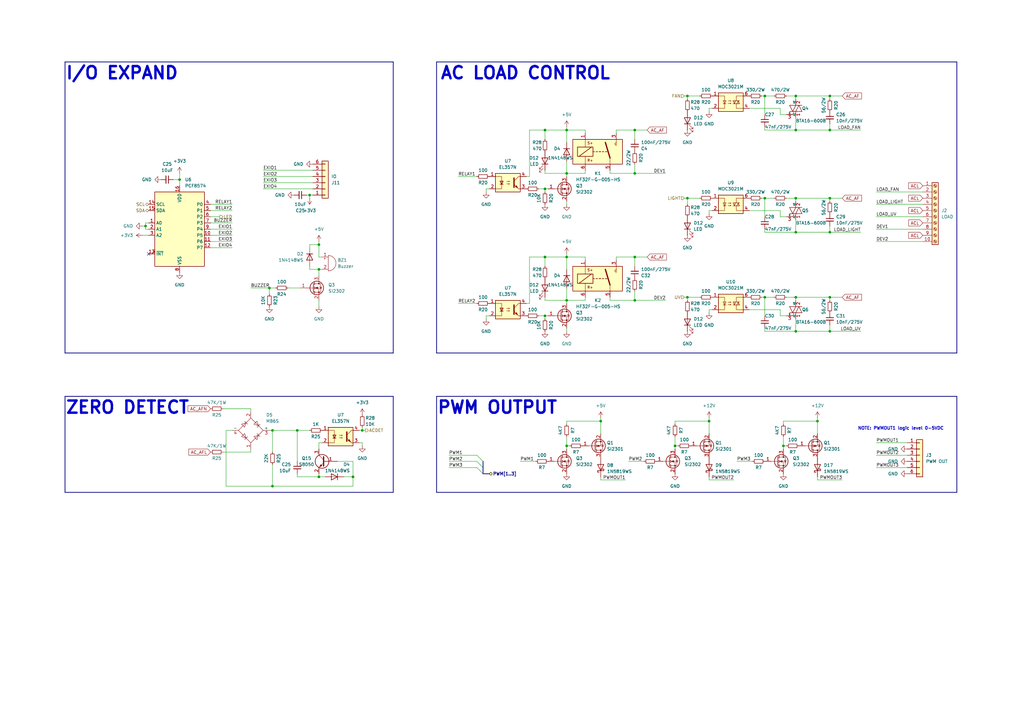
<source format=kicad_sch>
(kicad_sch (version 20230121) (generator eeschema)
  (paper "A3")
  (junction (at 340.36 121.92))
  (junction (at 260.35 123.19))
  (junction (at 326.39 53.34))
  (junction (at 246.38 172.72))
  (junction (at 130.81 195.58))
  (junction (at 326.39 39.37))
  (junction (at 111.76 176.53))
  (junction (at 326.39 95.25))
  (junction (at 281.94 81.28))
  (junction (at 73.66 73.66))
  (junction (at 321.31 182.88))
  (junction (at 130.81 110.49))
  (junction (at 223.52 129.54))
  (junction (at 290.83 172.72))
  (junction (at 223.52 105.41))
  (junction (at 59.69 92.71))
  (junction (at 232.41 53.34))
  (junction (at 232.41 182.88))
  (junction (at 127 80.01))
  (junction (at 144.78 195.58))
  (junction (at 121.92 176.53))
  (junction (at 326.39 121.92))
  (junction (at 130.81 100.33))
  (junction (at 232.41 71.12))
  (junction (at 340.36 39.37))
  (junction (at 232.41 123.19))
  (junction (at 111.76 199.39))
  (junction (at 110.49 118.11))
  (junction (at 326.39 135.89))
  (junction (at 260.35 105.41))
  (junction (at 276.86 182.88))
  (junction (at 340.36 53.34))
  (junction (at 281.94 39.37))
  (junction (at 313.69 81.28))
  (junction (at 223.52 53.34))
  (junction (at 223.52 77.47))
  (junction (at 281.94 121.92))
  (junction (at 260.35 53.34))
  (junction (at 335.28 172.72))
  (junction (at 232.41 105.41))
  (junction (at 313.69 121.92))
  (junction (at 148.59 176.53))
  (junction (at 260.35 71.12))
  (junction (at 340.36 135.89))
  (junction (at 340.36 95.25))
  (junction (at 313.69 39.37))
  (junction (at 326.39 81.28))
  (junction (at 340.36 81.28))
  (no_connect (at 60.96 104.14))
  (bus_entry (at 195.58 191.77) (size 2.54 2.54))
  (bus_entry (at 195.58 186.69) (size 2.54 2.54))
  (bus_entry (at 195.58 189.23) (size 2.54 2.54))
  (wire (pts (xy 59.69 92.71) (xy 59.69 91.44)))
  (wire (pts (xy 359.41 93.98) (xy 378.46 93.98)))
  (wire (pts (xy 326.39 48.26) (xy 326.39 53.34)))
  (wire (pts (xy 335.28 171.45) (xy 335.28 172.72)))
  (wire (pts (xy 290.83 86.36) (xy 292.1 86.36)))
  (wire (pts (xy 107.95 74.93) (xy 128.27 74.93)))
  (wire (pts (xy 148.59 181.61) (xy 147.32 181.61)))
  (wire (pts (xy 246.38 172.72) (xy 232.41 172.72)))
  (wire (pts (xy 107.95 72.39) (xy 128.27 72.39)))
  (wire (pts (xy 217.17 105.41) (xy 217.17 124.46)))
  (wire (pts (xy 86.36 96.52) (xy 95.25 96.52)))
  (wire (pts (xy 184.15 186.69) (xy 195.58 186.69)))
  (wire (pts (xy 86.36 93.98) (xy 95.25 93.98)))
  (wire (pts (xy 91.44 185.42) (xy 102.87 185.42)))
  (wire (pts (xy 276.86 182.88) (xy 278.13 182.88)))
  (bus (pts (xy 179.07 25.4) (xy 179.07 144.78)))
  (wire (pts (xy 326.39 39.37) (xy 322.58 39.37)))
  (wire (pts (xy 281.94 39.37) (xy 287.02 39.37)))
  (wire (pts (xy 280.67 81.28) (xy 281.94 81.28)))
  (wire (pts (xy 240.03 105.41) (xy 240.03 106.68)))
  (wire (pts (xy 260.35 53.34) (xy 265.43 53.34)))
  (wire (pts (xy 246.38 171.45) (xy 246.38 172.72)))
  (wire (pts (xy 111.76 176.53) (xy 111.76 185.42)))
  (wire (pts (xy 281.94 121.92) (xy 287.02 121.92)))
  (wire (pts (xy 232.41 66.04) (xy 232.41 71.12)))
  (wire (pts (xy 60.96 93.98) (xy 59.69 93.98)))
  (wire (pts (xy 130.81 195.58) (xy 133.35 195.58)))
  (wire (pts (xy 281.94 81.28) (xy 287.02 81.28)))
  (wire (pts (xy 320.04 88.9) (xy 320.04 86.36)))
  (wire (pts (xy 110.49 118.11) (xy 113.03 118.11)))
  (wire (pts (xy 232.41 53.34) (xy 240.03 53.34)))
  (wire (pts (xy 326.39 81.28) (xy 322.58 81.28)))
  (wire (pts (xy 58.42 96.52) (xy 60.96 96.52)))
  (wire (pts (xy 250.19 121.92) (xy 250.19 123.19)))
  (wire (pts (xy 130.81 181.61) (xy 130.81 184.15)))
  (wire (pts (xy 148.59 176.53) (xy 147.32 176.53)))
  (wire (pts (xy 326.39 135.89) (xy 313.69 135.89)))
  (wire (pts (xy 312.42 81.28) (xy 313.69 81.28)))
  (wire (pts (xy 223.52 105.41) (xy 223.52 109.22)))
  (wire (pts (xy 276.86 179.07) (xy 276.86 182.88)))
  (wire (pts (xy 313.69 95.25) (xy 313.69 93.98)))
  (bus (pts (xy 26.67 201.93) (xy 161.29 201.93)))
  (wire (pts (xy 223.52 77.47) (xy 223.52 78.74)))
  (wire (pts (xy 340.36 121.92) (xy 345.44 121.92)))
  (wire (pts (xy 232.41 179.07) (xy 232.41 182.88)))
  (wire (pts (xy 121.92 195.58) (xy 130.81 195.58)))
  (wire (pts (xy 232.41 118.11) (xy 232.41 123.19)))
  (wire (pts (xy 213.36 189.23) (xy 219.71 189.23)))
  (wire (pts (xy 359.41 99.06) (xy 378.46 99.06)))
  (wire (pts (xy 71.12 73.66) (xy 73.66 73.66)))
  (wire (pts (xy 335.28 172.72) (xy 321.31 172.72)))
  (wire (pts (xy 130.81 110.49) (xy 132.08 110.49)))
  (wire (pts (xy 127 100.33) (xy 130.81 100.33)))
  (wire (pts (xy 232.41 71.12) (xy 232.41 72.39)))
  (wire (pts (xy 252.73 105.41) (xy 260.35 105.41)))
  (wire (pts (xy 326.39 81.28) (xy 340.36 81.28)))
  (wire (pts (xy 102.87 118.11) (xy 110.49 118.11)))
  (wire (pts (xy 220.98 77.47) (xy 223.52 77.47)))
  (bus (pts (xy 198.12 191.77) (xy 198.12 194.31)))
  (bus (pts (xy 392.43 201.93) (xy 392.43 162.56)))
  (wire (pts (xy 86.36 83.82) (xy 95.25 83.82)))
  (wire (pts (xy 217.17 72.39) (xy 217.17 53.34)))
  (wire (pts (xy 220.98 129.54) (xy 223.52 129.54)))
  (wire (pts (xy 144.78 199.39) (xy 144.78 195.58)))
  (wire (pts (xy 313.69 121.92) (xy 317.5 121.92)))
  (wire (pts (xy 232.41 135.89) (xy 232.41 134.62)))
  (wire (pts (xy 111.76 176.53) (xy 121.92 176.53)))
  (bus (pts (xy 26.67 144.78) (xy 161.29 144.78)))
  (wire (pts (xy 144.78 189.23) (xy 138.43 189.23)))
  (wire (pts (xy 240.03 69.85) (xy 240.03 71.12)))
  (wire (pts (xy 199.39 77.47) (xy 200.66 77.47)))
  (wire (pts (xy 326.39 130.81) (xy 326.39 135.89)))
  (wire (pts (xy 184.15 191.77) (xy 195.58 191.77)))
  (wire (pts (xy 326.39 95.25) (xy 313.69 95.25)))
  (wire (pts (xy 340.36 95.25) (xy 326.39 95.25)))
  (wire (pts (xy 359.41 83.82) (xy 378.46 83.82)))
  (wire (pts (xy 257.81 189.23) (xy 264.16 189.23)))
  (wire (pts (xy 217.17 53.34) (xy 223.52 53.34)))
  (wire (pts (xy 290.83 45.72) (xy 290.83 44.45)))
  (wire (pts (xy 121.92 194.31) (xy 121.92 195.58)))
  (wire (pts (xy 280.67 39.37) (xy 281.94 39.37)))
  (wire (pts (xy 232.41 184.15) (xy 232.41 182.88)))
  (wire (pts (xy 281.94 121.92) (xy 281.94 123.19)))
  (bus (pts (xy 161.29 201.93) (xy 161.29 162.56)))
  (wire (pts (xy 223.52 77.47) (xy 224.79 77.47)))
  (wire (pts (xy 148.59 181.61) (xy 148.59 182.88)))
  (wire (pts (xy 340.36 135.89) (xy 353.06 135.89)))
  (wire (pts (xy 312.42 39.37) (xy 313.69 39.37)))
  (wire (pts (xy 232.41 123.19) (xy 232.41 124.46)))
  (wire (pts (xy 125.73 80.01) (xy 127 80.01)))
  (wire (pts (xy 110.49 176.53) (xy 111.76 176.53)))
  (wire (pts (xy 59.69 93.98) (xy 59.69 92.71)))
  (wire (pts (xy 252.73 53.34) (xy 260.35 53.34)))
  (wire (pts (xy 326.39 90.17) (xy 326.39 95.25)))
  (wire (pts (xy 326.39 123.19) (xy 326.39 121.92)))
  (wire (pts (xy 86.36 91.44) (xy 95.25 91.44)))
  (wire (pts (xy 335.28 177.8) (xy 335.28 172.72)))
  (wire (pts (xy 223.52 123.19) (xy 232.41 123.19)))
  (wire (pts (xy 281.94 39.37) (xy 281.94 40.64)))
  (wire (pts (xy 232.41 110.49) (xy 232.41 105.41)))
  (wire (pts (xy 260.35 71.12) (xy 273.05 71.12)))
  (wire (pts (xy 140.97 195.58) (xy 144.78 195.58)))
  (wire (pts (xy 223.52 53.34) (xy 223.52 57.15)))
  (wire (pts (xy 111.76 190.5) (xy 111.76 199.39)))
  (wire (pts (xy 187.96 124.46) (xy 195.58 124.46)))
  (wire (pts (xy 130.81 113.03) (xy 130.81 110.49)))
  (wire (pts (xy 340.36 81.28) (xy 345.44 81.28)))
  (wire (pts (xy 290.83 127) (xy 292.1 127)))
  (wire (pts (xy 86.36 86.36) (xy 95.25 86.36)))
  (wire (pts (xy 320.04 129.54) (xy 320.04 127)))
  (bus (pts (xy 26.67 25.4) (xy 26.67 144.78)))
  (wire (pts (xy 130.81 195.58) (xy 130.81 194.31)))
  (bus (pts (xy 161.29 144.78) (xy 161.29 25.4)))
  (wire (pts (xy 86.36 99.06) (xy 95.25 99.06)))
  (wire (pts (xy 91.44 167.64) (xy 102.87 167.64)))
  (wire (pts (xy 290.83 128.27) (xy 290.83 127)))
  (wire (pts (xy 290.83 44.45) (xy 292.1 44.45)))
  (wire (pts (xy 102.87 167.64) (xy 102.87 168.91)))
  (wire (pts (xy 95.25 176.53) (xy 92.71 176.53)))
  (wire (pts (xy 223.52 69.85) (xy 223.52 71.12)))
  (wire (pts (xy 111.76 199.39) (xy 144.78 199.39)))
  (wire (pts (xy 321.31 172.72) (xy 321.31 173.99)))
  (wire (pts (xy 290.83 177.8) (xy 290.83 172.72)))
  (wire (pts (xy 290.83 196.85) (xy 300.99 196.85)))
  (wire (pts (xy 130.81 123.19) (xy 130.81 125.73)))
  (wire (pts (xy 313.69 39.37) (xy 317.5 39.37)))
  (wire (pts (xy 127 101.6) (xy 127 100.33)))
  (wire (pts (xy 240.03 123.19) (xy 232.41 123.19)))
  (wire (pts (xy 215.9 72.39) (xy 217.17 72.39)))
  (wire (pts (xy 335.28 196.85) (xy 335.28 195.58)))
  (wire (pts (xy 58.42 92.71) (xy 59.69 92.71)))
  (wire (pts (xy 359.41 181.61) (xy 372.11 181.61)))
  (wire (pts (xy 321.31 182.88) (xy 322.58 182.88)))
  (wire (pts (xy 92.71 199.39) (xy 111.76 199.39)))
  (wire (pts (xy 340.36 50.8) (xy 340.36 53.34)))
  (wire (pts (xy 321.31 184.15) (xy 321.31 182.88)))
  (wire (pts (xy 326.39 121.92) (xy 340.36 121.92)))
  (wire (pts (xy 199.39 129.54) (xy 199.39 130.81)))
  (wire (pts (xy 130.81 100.33) (xy 130.81 99.06)))
  (wire (pts (xy 276.86 184.15) (xy 276.86 182.88)))
  (wire (pts (xy 232.41 83.82) (xy 232.41 82.55)))
  (wire (pts (xy 59.69 91.44) (xy 60.96 91.44)))
  (bus (pts (xy 179.07 25.4) (xy 392.43 25.4)))
  (wire (pts (xy 359.41 78.74) (xy 378.46 78.74)))
  (wire (pts (xy 260.35 71.12) (xy 260.35 67.31)))
  (wire (pts (xy 232.41 52.07) (xy 232.41 53.34)))
  (wire (pts (xy 307.34 44.45) (xy 320.04 44.45)))
  (wire (pts (xy 223.52 53.34) (xy 232.41 53.34)))
  (wire (pts (xy 313.69 129.54) (xy 313.69 121.92)))
  (bus (pts (xy 161.29 25.4) (xy 26.67 25.4)))
  (wire (pts (xy 326.39 40.64) (xy 326.39 39.37)))
  (wire (pts (xy 232.41 105.41) (xy 240.03 105.41)))
  (wire (pts (xy 128.27 80.01) (xy 127 80.01)))
  (bus (pts (xy 26.67 162.56) (xy 26.67 201.93)))
  (wire (pts (xy 260.35 53.34) (xy 260.35 57.15)))
  (wire (pts (xy 307.34 127) (xy 320.04 127)))
  (wire (pts (xy 118.11 118.11) (xy 123.19 118.11)))
  (wire (pts (xy 107.95 69.85) (xy 128.27 69.85)))
  (wire (pts (xy 252.73 54.61) (xy 252.73 53.34)))
  (wire (pts (xy 359.41 191.77) (xy 372.11 191.77)))
  (wire (pts (xy 223.52 129.54) (xy 223.52 130.81)))
  (bus (pts (xy 161.29 162.56) (xy 26.67 162.56)))
  (wire (pts (xy 290.83 172.72) (xy 276.86 172.72)))
  (wire (pts (xy 307.34 86.36) (xy 320.04 86.36)))
  (wire (pts (xy 217.17 105.41) (xy 223.52 105.41)))
  (wire (pts (xy 340.36 123.19) (xy 340.36 121.92)))
  (wire (pts (xy 110.49 118.11) (xy 110.49 120.65)))
  (wire (pts (xy 144.78 195.58) (xy 144.78 189.23)))
  (wire (pts (xy 290.83 171.45) (xy 290.83 172.72)))
  (wire (pts (xy 86.36 88.9) (xy 90.17 88.9)))
  (wire (pts (xy 281.94 81.28) (xy 281.94 83.82)))
  (wire (pts (xy 359.41 88.9) (xy 378.46 88.9)))
  (wire (pts (xy 340.36 40.64) (xy 340.36 39.37)))
  (wire (pts (xy 290.83 195.58) (xy 290.83 196.85)))
  (wire (pts (xy 340.36 82.55) (xy 340.36 81.28)))
  (wire (pts (xy 313.69 135.89) (xy 313.69 134.62)))
  (wire (pts (xy 260.35 105.41) (xy 265.43 105.41)))
  (wire (pts (xy 260.35 123.19) (xy 273.05 123.19)))
  (wire (pts (xy 322.58 46.99) (xy 320.04 46.99)))
  (wire (pts (xy 73.66 73.66) (xy 73.66 76.2)))
  (wire (pts (xy 326.39 121.92) (xy 322.58 121.92)))
  (wire (pts (xy 340.36 53.34) (xy 353.06 53.34)))
  (wire (pts (xy 223.52 121.92) (xy 223.52 123.19)))
  (wire (pts (xy 260.35 123.19) (xy 260.35 119.38)))
  (wire (pts (xy 86.36 101.6) (xy 95.25 101.6)))
  (wire (pts (xy 223.52 129.54) (xy 224.79 129.54)))
  (wire (pts (xy 240.03 71.12) (xy 232.41 71.12)))
  (wire (pts (xy 313.69 46.99) (xy 313.69 39.37)))
  (wire (pts (xy 326.39 82.55) (xy 326.39 81.28)))
  (wire (pts (xy 199.39 77.47) (xy 199.39 78.74)))
  (wire (pts (xy 321.31 179.07) (xy 321.31 182.88)))
  (wire (pts (xy 340.36 95.25) (xy 353.06 95.25)))
  (bus (pts (xy 179.07 162.56) (xy 179.07 201.93)))
  (wire (pts (xy 223.52 71.12) (xy 232.41 71.12)))
  (bus (pts (xy 392.43 162.56) (xy 179.07 162.56)))
  (wire (pts (xy 127 110.49) (xy 130.81 110.49)))
  (bus (pts (xy 179.07 201.93) (xy 392.43 201.93)))
  (wire (pts (xy 199.39 129.54) (xy 200.66 129.54)))
  (wire (pts (xy 340.36 53.34) (xy 326.39 53.34)))
  (wire (pts (xy 102.87 185.42) (xy 102.87 184.15)))
  (wire (pts (xy 92.71 176.53) (xy 92.71 199.39)))
  (wire (pts (xy 127 109.22) (xy 127 110.49)))
  (wire (pts (xy 340.36 135.89) (xy 326.39 135.89)))
  (wire (pts (xy 359.41 186.69) (xy 372.11 186.69)))
  (wire (pts (xy 326.39 39.37) (xy 340.36 39.37)))
  (wire (pts (xy 280.67 121.92) (xy 281.94 121.92)))
  (wire (pts (xy 184.15 189.23) (xy 195.58 189.23)))
  (wire (pts (xy 232.41 172.72) (xy 232.41 173.99)))
  (bus (pts (xy 179.07 144.78) (xy 392.43 144.78)))
  (wire (pts (xy 250.19 69.85) (xy 250.19 71.12)))
  (wire (pts (xy 246.38 177.8) (xy 246.38 172.72)))
  (wire (pts (xy 290.83 87.63) (xy 290.83 86.36)))
  (wire (pts (xy 232.41 182.88) (xy 233.68 182.88)))
  (wire (pts (xy 312.42 121.92) (xy 313.69 121.92)))
  (wire (pts (xy 215.9 124.46) (xy 217.17 124.46)))
  (bus (pts (xy 198.12 194.31) (xy 200.66 194.31)))
  (wire (pts (xy 240.03 53.34) (xy 240.03 54.61)))
  (wire (pts (xy 322.58 129.54) (xy 320.04 129.54)))
  (bus (pts (xy 392.43 144.78) (xy 392.43 25.4)))
  (wire (pts (xy 250.19 123.19) (xy 260.35 123.19)))
  (wire (pts (xy 127 80.01) (xy 127 81.28)))
  (wire (pts (xy 130.81 181.61) (xy 132.08 181.61)))
  (wire (pts (xy 313.69 53.34) (xy 313.69 52.07)))
  (wire (pts (xy 107.95 77.47) (xy 128.27 77.47)))
  (wire (pts (xy 240.03 121.92) (xy 240.03 123.19)))
  (wire (pts (xy 313.69 88.9) (xy 313.69 81.28)))
  (bus (pts (xy 198.12 189.23) (xy 198.12 191.77)))
  (wire (pts (xy 187.96 72.39) (xy 195.58 72.39)))
  (wire (pts (xy 322.58 88.9) (xy 320.04 88.9)))
  (wire (pts (xy 121.92 176.53) (xy 127 176.53)))
  (wire (pts (xy 121.92 176.53) (xy 121.92 189.23)))
  (wire (pts (xy 130.81 105.41) (xy 130.81 100.33)))
  (wire (pts (xy 326.39 53.34) (xy 313.69 53.34)))
  (wire (pts (xy 223.52 105.41) (xy 232.41 105.41)))
  (wire (pts (xy 246.38 196.85) (xy 246.38 195.58)))
  (wire (pts (xy 148.59 176.53) (xy 149.86 176.53)))
  (wire (pts (xy 260.35 105.41) (xy 260.35 109.22)))
  (wire (pts (xy 232.41 58.42) (xy 232.41 53.34)))
  (wire (pts (xy 148.59 175.26) (xy 148.59 176.53)))
  (wire (pts (xy 340.36 39.37) (xy 345.44 39.37)))
  (wire (pts (xy 320.04 46.99) (xy 320.04 44.45)))
  (wire (pts (xy 345.44 196.85) (xy 335.28 196.85)))
  (wire (pts (xy 302.26 189.23) (xy 308.61 189.23)))
  (wire (pts (xy 232.41 104.14) (xy 232.41 105.41)))
  (wire (pts (xy 250.19 71.12) (xy 260.35 71.12)))
  (wire (pts (xy 252.73 106.68) (xy 252.73 105.41)))
  (wire (pts (xy 313.69 81.28) (xy 317.5 81.28)))
  (wire (pts (xy 340.36 92.71) (xy 340.36 95.25)))
  (wire (pts (xy 132.08 105.41) (xy 130.81 105.41)))
  (wire (pts (xy 73.66 71.12) (xy 73.66 73.66)))
  (wire (pts (xy 276.86 172.72) (xy 276.86 173.99)))
  (wire (pts (xy 340.36 133.35) (xy 340.36 135.89)))
  (wire (pts (xy 256.54 196.85) (xy 246.38 196.85)))
  (text "NOTE: PWMOUT1 logic level 0-5VDC" (at 351.79 176.53 0) (effects (font (size 1.27 1.27) bold) (justify left bottom)))
  (text "AC LOAD CONTROL" (at 180.34 33.02 0) (effects (font (size 5 5) (thickness 1) bold) (justify left bottom)))
  (text "I/O EXPAND" (at 26.67 33.02 0) (effects (font (size 5 5) (thickness 1) bold) (justify left bottom)))
  (text "ZERO DETECT" (at 26.67 170.18 0) (effects (font (size 5 5) (thickness 1) bold) (justify left bottom)))
  (text "PWM OUTPUT" (at 179.07 170.18 0) (effects (font (size 5 5) (thickness 1) bold) (justify left bottom)))
  (label "EXIO3" (at 107.95 74.93 0))
  (label "EXIO4" (at 95.25 101.6 180))
  (label "BUZZER" (at 102.87 118.11 0))
  (label "LOAD_UV" (at 359.41 88.9 0))
  (label "DEV2" (at 359.41 99.06 0))
  (label "EXIO3" (at 95.25 99.06 180))
  (label "EXIO2" (at 107.95 72.39 0))
  (label "DEV1" (at 359.41 93.98 0))
  (label "BUZZER" (at 95.25 91.44 180))
  (label "PWM2" (at 184.15 189.23 0))
  (label "EXIO1" (at 95.25 93.98 180))
  (label "PWMOUT3" (at 345.44 196.85 180))
  (label "RELAY1" (at 187.96 72.39 0))
  (label "PWMOUT3" (at 359.41 191.77 0))
  (label "LOAD_FAN" (at 353.06 53.34 180))
  (label "PWM3" (at 184.15 191.77 0))
  (label "PWMOUT2" (at 300.99 196.85 180))
  (label "RELAY2" (at 187.96 124.46 0))
  (label "PWMOUT1" (at 256.54 196.85 180))
  (label "EXIO1" (at 107.95 69.85 0))
  (label "DEV1" (at 273.05 71.12 180))
  (label "LOAD_LIGHT" (at 353.06 95.25 180))
  (label "LOAD_UV" (at 353.06 135.89 180))
  (label "PWMOUT2" (at 359.41 186.69 0))
  (label "PWM1" (at 213.36 189.23 0))
  (label "PWM3" (at 302.26 189.23 0))
  (label "EXIO4" (at 107.95 77.47 0))
  (label "EXIO2" (at 95.25 96.52 180))
  (label "PWM2" (at 257.81 189.23 0))
  (label "PWMOUT1" (at 359.41 181.61 0))
  (label "DEV2" (at 273.05 123.19 180))
  (label "RELAY2" (at 95.25 86.36 180))
  (label "LOAD_FAN" (at 359.41 78.74 0))
  (label "RELAY1" (at 95.25 83.82 180))
  (label "PWM1" (at 184.15 186.69 0))
  (label "LOAD_LIGHT" (at 359.41 83.82 0))
  (global_label "AC_AF" (shape input) (at 345.44 81.28 0) (property "Intersheetrefs" "${INTERSHEET_REFS}" (effects hide)))
  (global_label "ACL" (shape input) (at 378.46 86.36 180) (property "Intersheetrefs" "${INTERSHEET_REFS}" (effects hide)))
  (global_label "AC_AFN" (shape input) (at 86.36 167.64 180) (property "Intersheetrefs" "${INTERSHEET_REFS}" (effects hide)))
  (global_label "AC_AF" (shape input) (at 345.44 121.92 0) (property "Intersheetrefs" "${INTERSHEET_REFS}" (effects hide)))
  (global_label "ACL" (shape input) (at 378.46 76.2 180) (property "Intersheetrefs" "${INTERSHEET_REFS}" (effects hide)))
  (global_label "ACL" (shape input) (at 378.46 91.44 180) (property "Intersheetrefs" "${INTERSHEET_REFS}" (effects hide)))
  (global_label "AC_AFL" (shape input) (at 86.36 185.42 180) (property "Intersheetrefs" "${INTERSHEET_REFS}" (effects hide)))
  (global_label "AC_AF" (shape input) (at 345.44 39.37 0) (property "Intersheetrefs" "${INTERSHEET_REFS}" (effects hide)))
  (global_label "ACL" (shape input) (at 378.46 81.28 180) (property "Intersheetrefs" "${INTERSHEET_REFS}" (effects hide)))
  (global_label "AC_AF" (shape input) (at 265.43 105.41 0) (property "Intersheetrefs" "${INTERSHEET_REFS}" (effects hide)))
  (global_label "AC_AF" (shape input) (at 265.43 53.34 0) (property "Intersheetrefs" "${INTERSHEET_REFS}" (effects hide)))
  (global_label "ACL" (shape input) (at 378.46 96.52 180) (property "Intersheetrefs" "${INTERSHEET_REFS}" (effects hide)))
  (hierarchical_label "SCL" (shape bidirectional) (at 60.96 83.82 180))
  (hierarchical_label "SDA" (shape bidirectional) (at 60.96 86.36 180))
  (hierarchical_label "UV" (shape input) (at 280.67 121.92 180))
  (hierarchical_label "LIGHT" (shape input) (at 280.67 81.28 180))
  (hierarchical_label "FAN" (shape input) (at 280.67 39.37 180))
  (hierarchical_label "LED" (shape output) (at 90.17 88.9 0))
  (hierarchical_label "PWM[1..3]" (shape bidirectional) (at 200.66 194.31 0) (effects (font bold)))
  (hierarchical_label "ACDET" (shape output) (at 149.86 176.53 0))
  (symbol (lib_id "Device:R_Small") (at 232.41 176.53 0) (mirror x) (unit 1)
    (property "Reference" "R7" (at 234.95 176.53 90))
    (property "Value" "4K7" (at 229.87 176.53 90))
    (property "Footprint" "Anh_Footprints:R_0603" (effects hide))
    (instances (project "BioSafeCabin" (path "" (reference "R7") (unit 1)) (path "" (reference "R50") (unit 1))))
  )
  (symbol (lib_id "Diode:1N5819WS") (at 335.28 191.77 90) (unit 1)
    (property "Reference" "D17" (at 337.82 190.8175 90) (effects (justify right)))
    (property "Value" "1N5819WS" (at 337.82 193.3575 90) (effects (justify right)))
    (property "Footprint" "Anh_Footprints:SOD-123F" (effects hide))
    (property "Datasheet" "https://datasheet.lcsc.com/lcsc/2204281430_Guangdong-Hottech-1N5819WS_C191023.pdf" (effects hide))
  )
  (symbol (lib_id "power:+12V") (at 290.83 171.45 0) (unit 1)
    (property "Reference" "#PWR065" (effects hide))
    (property "Value" "+12V" (at 290.83 166.37 0))
  )
  (symbol (lib_id "Interface_Expansion:PCF8574") (at 73.66 93.98 0) (unit 1)
    (property "Reference" "U6" (at 75.8541 73.66 0) (effects (justify left)))
    (property "Value" "PCF8574" (at 75.8541 76.2 0) (effects (justify left)))
    (property "Footprint" "Anh_Footprints:SOIC-16" (effects hide))
    (property "Datasheet" "http://www.nxp.com/docs/en/data-sheet/PCF8574_PCF8574A.pdf" (effects hide))
  )
  (symbol (lib_id "Transistor_FET:DMN13H750S") (at 274.32 189.23 0) (unit 1)
    (property "Reference" "Q3" (at 280.67 187.96 0) (effects (justify left)))
    (property "Value" "SI2302" (at 280.67 190.5 0) (effects (justify left)))
    (property "Footprint" "Anh_Footprints:SOT23-3" (effects hide))
    (property "Datasheet" "http://www.diodes.com/assets/Datasheets/DMN13H750S.pdf" (effects hide))
    (instances (project "BioSafeCabin" (path "" (reference "Q3") (unit 1)) (path "" (reference "Q11") (unit 1))))
  )
  (symbol (lib_id "Device:R_Small") (at 198.12 72.39 270) (mirror x) (unit 1)
    (property "Reference" "R20" (at 198.12 74.93 90))
    (property "Value" "100" (at 198.12 69.85 90))
    (property "Footprint" "Anh_Footprints:R_0603" (effects hide))
    (instances (project "BioSafeCabin" (path "" (reference "R20") (unit 1)) (path "" (reference "R43") (unit 1))))
  )
  (symbol (lib_id "Device:LED") (at 281.94 92.71 90) (unit 1)
    (property "Reference" "D12" (at 284.48 91.44 90) (effects (justify right)))
    (property "Value" "LED" (at 284.48 93.98 90) (effects (justify right)))
    (property "Footprint" "Anh_Footprints:LED_0603" (effects hide))
    (instances (project "BioSafeCabin" (path "" (reference "D12") (unit 1)) (path "" (reference "D19") (unit 1))))
  )
  (symbol (lib_id "Device:LED") (at 281.94 49.53 90) (unit 1)
    (property "Reference" "D12" (at 284.48 48.26 90) (effects (justify right)))
    (property "Value" "LED" (at 284.48 50.8 90) (effects (justify right)))
    (property "Footprint" "Anh_Footprints:LED_0603" (effects hide))
    (instances (project "BioSafeCabin" (path "" (reference "D12") (unit 1)) (path "" (reference "D20") (unit 1))))
  )
  (symbol (lib_id "Diode_Bridge:MB6S") (at 102.87 176.53 0) (unit 1)
    (property "Reference" "D5" (at 110.49 170.18 0))
    (property "Value" "MB6S" (at 111.76 172.72 0))
    (property "Footprint" "Package_TO_SOT_SMD:TO-269AA" (effects hide))
    (property "Datasheet" "http://www.vishay.com/docs/88573/dfs.pdf" (effects hide))
  )
  (symbol (lib_id "power:GND") (at 372.11 184.15 270) (unit 1)
    (property "Reference" "#PWR035" (effects hide))
    (property "Value" "GND" (at 368.3 184.15 90) (effects (justify right)))
    (instances (project "BioSafeCabin" (path "" (reference "#PWR035") (unit 1)) (path "" (reference "#PWR072") (unit 1))))
  )
  (symbol (lib_id "power:GND") (at 130.81 125.73 0) (unit 1)
    (property "Reference" "#PWR046" (effects hide))
    (property "Value" "GND" (at 130.81 130.81 0))
    (instances (project "BioSafeCabin" (path "" (reference "#PWR046") (unit 1)) (path "" (reference "#PWR048") (unit 1))))
  )
  (symbol (lib_id "power:GND") (at 321.31 194.31 0) (unit 1)
    (property "Reference" "#PWR041" (effects hide))
    (property "Value" "GND" (at 321.31 199.39 0))
    (instances (project "BioSafeCabin" (path "" (reference "#PWR041") (unit 1)) (path "" (reference "#PWR0112") (unit 1))))
  )
  (symbol (lib_id "power:GND") (at 223.52 83.82 0) (unit 1)
    (property "Reference" "#PWR041" (effects hide))
    (property "Value" "GND" (at 223.52 88.9 0))
    (instances (project "BioSafeCabin" (path "" (reference "#PWR041") (unit 1)) (path "" (reference "#PWR056") (unit 1))))
  )
  (symbol (lib_id "Transistor_FET:DMN13H750S") (at 229.87 189.23 0) (unit 1)
    (property "Reference" "Q3" (at 236.22 187.96 0) (effects (justify left)))
    (property "Value" "SI2302" (at 236.22 190.5 0) (effects (justify left)))
    (property "Footprint" "Anh_Footprints:SOT23-3" (effects hide))
    (property "Datasheet" "http://www.diodes.com/assets/Datasheets/DMN13H750S.pdf" (effects hide))
    (instances (project "BioSafeCabin" (path "" (reference "Q3") (unit 1)) (path "" (reference "Q9") (unit 1))))
  )
  (symbol (lib_id "Device:R_Small") (at 281.94 125.73 180) (unit 1)
    (property "Reference" "R28" (at 283.21 124.46 0) (effects (justify right)))
    (property "Value" "470" (at 283.21 127 0) (effects (justify right)))
    (property "Footprint" "Anh_Footprints:R_0603" (effects hide))
    (instances (project "BioSafeCabin" (path "" (reference "R28") (unit 1)) (path "" (reference "R44") (unit 1))))
  )
  (symbol (lib_id "power:GND") (at 290.83 45.72 0) (unit 1)
    (property "Reference" "#PWR041" (effects hide))
    (property "Value" "GND" (at 290.83 50.8 0))
    (instances (project "BioSafeCabin" (path "" (reference "#PWR041") (unit 1)) (path "" (reference "#PWR051") (unit 1))))
  )
  (symbol (lib_id "Device:R_Small") (at 111.76 187.96 0) (mirror x) (unit 1)
    (property "Reference" "R25" (at 114.3 187.96 90))
    (property "Value" "22K" (at 109.22 187.96 90))
    (property "Footprint" "Anh_Footprints:R_0603" (effects hide))
    (instances (project "BioSafeCabin" (path "" (reference "R25") (unit 1)) (path "" (reference "R25") (unit 1)) (path "" (reference "R57") (unit 1))))
  )
  (symbol (lib_id "Diode:1N5819WS") (at 246.38 191.77 90) (unit 1)
    (property "Reference" "D8" (at 248.92 190.8175 90) (effects (justify right)))
    (property "Value" "1N5819WS" (at 248.92 193.3575 90) (effects (justify right)))
    (property "Footprint" "Anh_Footprints:SOD-123F" (effects hide))
    (property "Datasheet" "https://datasheet.lcsc.com/lcsc/2204281430_Guangdong-Hottech-1N5819WS_C191023.pdf" (effects hide))
  )
  (symbol (lib_id "power:GND") (at 276.86 194.31 0) (unit 1)
    (property "Reference" "#PWR041" (effects hide))
    (property "Value" "GND" (at 276.86 199.39 0))
    (instances (project "BioSafeCabin" (path "" (reference "#PWR041") (unit 1)) (path "" (reference "#PWR064") (unit 1))))
  )
  (symbol (lib_id "Device:R_Small") (at 88.9 185.42 90) (mirror x) (unit 1)
    (property "Reference" "R25" (at 88.9 187.96 90))
    (property "Value" "47K/1W" (at 88.9 182.88 90))
    (property "Footprint" "Anh_Footprints:R_0805" (effects hide))
    (instances (project "BioSafeCabin" (path "" (reference "R25") (unit 1)) (path "" (reference "R12") (unit 1)) (path "" (reference "R57") (unit 1))))
  )
  (symbol (lib_id "power:GND") (at 199.39 78.74 0) (unit 1)
    (property "Reference" "#PWR041" (effects hide))
    (property "Value" "GND" (at 199.39 83.82 0))
    (instances (project "BioSafeCabin" (path "" (reference "#PWR041") (unit 1)) (path "" (reference "#PWR057") (unit 1))))
  )
  (symbol (lib_id "power:+3V3") (at 58.42 96.52 90) (unit 1)
    (property "Reference" "#PWR039" (effects hide))
    (property "Value" "+3V3" (at 54.61 96.52 90) (effects (justify left)))
    (instances (project "BioSafeCabin" (path "" (reference "#PWR039") (unit 1)) (path "" (reference "#PWR040") (unit 1))))
  )
  (symbol (lib_id "Device:R_Small") (at 110.49 123.19 0) (mirror y) (unit 1)
    (property "Reference" "R23" (at 113.03 123.19 90))
    (property "Value" "10K" (at 107.95 123.19 90))
    (property "Footprint" "Anh_Footprints:R_0603" (effects hide))
  )
  (symbol (lib_id "power:GND") (at 58.42 92.71 270) (unit 1)
    (property "Reference" "#PWR038" (effects hide))
    (property "Value" "GND" (at 54.61 92.71 90) (effects (justify right)))
  )
  (symbol (lib_id "power:GND") (at 73.66 111.76 0) (unit 1)
    (property "Reference" "#PWR047" (effects hide))
    (property "Value" "GND" (at 73.66 116.84 0))
    (instances (project "BioSafeCabin" (path "" (reference "#PWR047") (unit 1)) (path "" (reference "#PWR041") (unit 1))))
  )
  (symbol (lib_id "Device:C_Small") (at 340.36 130.81 0) (unit 1)
    (property "Reference" "C31" (at 342.9 129.5463 0) (effects (justify left)))
    (property "Value" "10nF/275V" (at 342.9 132.0863 0) (effects (justify left)))
    (property "Footprint" "Capacitor_THT:C_Rect_L13.0mm_W4.0mm_P10.00mm_FKS3_FKP3_MKS4" (effects hide))
  )
  (symbol (lib_id "Device:R_Small") (at 340.36 125.73 0) (mirror y) (unit 1)
    (property "Reference" "R20" (at 342.9 125.73 90))
    (property "Value" "56/2W" (at 337.82 125.73 90))
    (property "Footprint" "Resistor_THT:R_Axial_DIN0614_L14.3mm_D5.7mm_P5.08mm_Vertical" (effects hide))
    (instances (project "BioSafeCabin" (path "" (reference "R20") (unit 1)) (path "" (reference "R40") (unit 1))))
  )
  (symbol (lib_id "Isolator:LTV-357T") (at 139.7 179.07 0) (unit 1)
    (property "Reference" "U7" (at 139.7 170.18 0))
    (property "Value" "EL357N" (at 139.7 172.72 0))
    (property "Footprint" "Anh_Footprints:SO-4_4.4x3.6_P2.54" (effects hide))
    (property "Datasheet" "https://www.buerklin.com/medias/sys_master/download/download/h91/ha0/8892020588574.pdf" (effects hide))
    (instances (project "BioSafeCabin" (path "" (reference "U7") (unit 1)) (path "" (reference "U7") (unit 1)) (path "" (reference "U14") (unit 1))))
  )
  (symbol (lib_id "Device:R_Small") (at 276.86 176.53 0) (mirror x) (unit 1)
    (property "Reference" "R7" (at 279.4 176.53 90))
    (property "Value" "4K7" (at 274.32 176.53 90))
    (property "Footprint" "Anh_Footprints:R_0603" (effects hide))
    (instances (project "BioSafeCabin" (path "" (reference "R7") (unit 1)) (path "" (reference "R53") (unit 1))))
  )
  (symbol (lib_id "Triac_Thyristor:BTA16-600B") (at 326.39 127 0) (unit 1)
    (property "Reference" "Q6" (at 328.93 127 0) (effects (justify left)))
    (property "Value" "BTA16-600B" (at 326.39 132.08 0) (effects (justify left)))
    (property "Footprint" "Anh_Footprints:TO-220-3_Vertical_HeatSink" (effects hide))
    (property "Datasheet" "https://www.st.com/resource/en/datasheet/bta16.pdf" (effects hide))
  )
  (symbol (lib_id "Device:R_Small") (at 260.35 64.77 180) (unit 1)
    (property "Reference" "R20" (at 262.89 64.77 90))
    (property "Value" "22/2W" (at 257.81 64.77 90))
    (property "Footprint" "Resistor_THT:R_Axial_DIN0614_L14.3mm_D5.7mm_P5.08mm_Vertical" (effects hide))
    (instances (project "BioSafeCabin" (path "" (reference "R20") (unit 1)) (path "" (reference "R18") (unit 1))))
  )
  (symbol (lib_id "power:+5V") (at 246.38 171.45 0) (unit 1)
    (property "Reference" "#PWR063" (effects hide))
    (property "Value" "+5V" (at 246.38 166.37 0))
  )
  (symbol (lib_id "Device:R_Small") (at 222.25 189.23 90) (mirror x) (unit 1)
    (property "Reference" "R7" (at 222.25 191.77 90))
    (property "Value" "100" (at 222.25 186.69 90))
    (property "Footprint" "Anh_Footprints:R_0603" (effects hide))
    (instances (project "BioSafeCabin" (path "" (reference "R7") (unit 1)) (path "" (reference "R51") (unit 1))))
  )
  (symbol (lib_id "power:GND") (at 110.49 125.73 0) (unit 1)
    (property "Reference" "#PWR047" (effects hide))
    (property "Value" "GND" (at 110.49 130.81 0))
    (instances (project "BioSafeCabin" (path "" (reference "#PWR047") (unit 1)) (path "" (reference "#PWR046") (unit 1))))
  )
  (symbol (lib_id "Transistor_FET:DMN13H750S") (at 229.87 129.54 0) (unit 1)
    (property "Reference" "Q3" (at 236.22 128.27 0) (effects (justify left)))
    (property "Value" "SI2302" (at 236.22 130.81 0) (effects (justify left)))
    (property "Footprint" "Anh_Footprints:SOT23-3" (effects hide))
    (property "Datasheet" "http://www.diodes.com/assets/Datasheets/DMN13H750S.pdf" (effects hide))
    (instances (project "BioSafeCabin" (path "" (reference "Q3") (unit 1)) (path "" (reference "Q8") (unit 1))))
  )
  (symbol (lib_id "Device:R_Small") (at 321.31 176.53 0) (mirror x) (unit 1)
    (property "Reference" "R7" (at 323.85 176.53 90))
    (property "Value" "4K7" (at 318.77 176.53 90))
    (property "Footprint" "Anh_Footprints:R_0603" (effects hide))
    (instances (project "BioSafeCabin" (path "" (reference "R7") (unit 1)) (path "" (reference "R79") (unit 1))))
  )
  (symbol (lib_id "power:+3V3") (at 127 81.28 0) (mirror x) (unit 1)
    (property "Reference" "#PWR039" (effects hide))
    (property "Value" "+3V3" (at 127 86.36 0))
    (instances (project "BioSafeCabin" (path "" (reference "#PWR039") (unit 1)) (path "" (reference "#PWR026") (unit 1))))
  )
  (symbol (lib_id "power:GND") (at 290.83 128.27 0) (unit 1)
    (property "Reference" "#PWR041" (effects hide))
    (property "Value" "GND" (at 290.83 133.35 0))
    (instances (project "BioSafeCabin" (path "" (reference "#PWR041") (unit 1)) (path "" (reference "#PWR053") (unit 1))))
  )
  (symbol (lib_id "Transistor_FET:Si2319CDS") (at 332.74 182.88 0) (mirror x) (unit 1)
    (property "Reference" "Q1" (at 337.82 181.61 0) (effects (justify left)))
    (property "Value" "SI2301" (at 337.82 184.15 0) (effects (justify left)))
    (property "Footprint" "Anh_Footprints:SOT23-3" (effects hide))
    (property "Datasheet" "http://www.vishay.com/docs/66709/si2319cd.pdf" (effects hide))
    (instances (project "BioSafeCabin" (path "" (reference "Q1") (unit 1)) (path "" (reference "Q18") (unit 1))))
  )
  (symbol (lib_id "Device:C_Small") (at 313.69 49.53 0) (unit 1)
    (property "Reference" "C27" (at 313.69 46.99 0) (effects (justify left)))
    (property "Value" "47nF/275V" (at 313.69 52.07 0) (effects (justify left)))
    (property "Footprint" "Capacitor_THT:C_Rect_L13.0mm_W4.0mm_P10.00mm_FKS3_FKP3_MKS4" (effects hide))
  )
  (symbol (lib_id "Device:R_Small") (at 266.7 189.23 90) (mirror x) (unit 1)
    (property "Reference" "R7" (at 266.7 191.77 90))
    (property "Value" "100" (at 266.7 186.69 90))
    (property "Footprint" "Anh_Footprints:R_0603" (effects hide))
    (instances (project "BioSafeCabin" (path "" (reference "R7") (unit 1)) (path "" (reference "R52") (unit 1))))
  )
  (symbol (lib_id "Isolator:LTV-357T") (at 208.28 127 0) (unit 1)
    (property "Reference" "U7" (at 208.28 118.11 0))
    (property "Value" "EL357N" (at 208.28 120.65 0))
    (property "Footprint" "Anh_Footprints:SO-4_4.4x3.6_P2.54" (effects hide))
    (property "Datasheet" "https://www.buerklin.com/medias/sys_master/download/download/h91/ha0/8892020588574.pdf" (effects hide))
    (instances (project "BioSafeCabin" (path "" (reference "U7") (unit 1)) (path "" (reference "U12") (unit 1))))
  )
  (symbol (lib_id "power:GND") (at 232.41 194.31 0) (unit 1)
    (property "Reference" "#PWR041" (effects hide))
    (property "Value" "GND" (at 232.41 199.39 0))
    (instances (project "BioSafeCabin" (path "" (reference "#PWR041") (unit 1)) (path "" (reference "#PWR062") (unit 1))))
  )
  (symbol (lib_id "Connector_Generic:Conn_01x06") (at 377.19 186.69 0) (unit 1)
    (property "Reference" "J3" (at 379.73 186.69 0) (effects (justify left)))
    (property "Value" "PWM OUT" (at 379.73 189.23 0) (effects (justify left)))
    (property "Footprint" "Anh_Footprints:XH_6P_2.54mm_Vertical" (effects hide))
  )
  (symbol (lib_id "Device:R_Small") (at 289.56 39.37 270) (mirror x) (unit 1)
    (property "Reference" "R20" (at 289.56 41.91 90))
    (property "Value" "100" (at 289.56 36.83 90))
    (property "Footprint" "Anh_Footprints:R_0603" (effects hide))
    (instances (project "BioSafeCabin" (path "" (reference "R20") (unit 1)) (path "" (reference "R32") (unit 1))))
  )
  (symbol (lib_id "Device:R_Small") (at 148.59 172.72 180) (unit 1)
    (property "Reference" "R28" (at 149.86 171.45 0) (effects (justify right)))
    (property "Value" "10K" (at 149.86 173.99 0) (effects (justify right)))
    (property "Footprint" "Anh_Footprints:R_0603" (effects hide))
    (instances (project "BioSafeCabin" (path "" (reference "R28") (unit 1)) (path "" (reference "R8") (unit 1)) (path "" (reference "R58") (unit 1))))
  )
  (symbol (lib_id "Transistor_FET:DMN13H750S") (at 318.77 189.23 0) (unit 1)
    (property "Reference" "Q3" (at 325.12 187.96 0) (effects (justify left)))
    (property "Value" "SI2302" (at 325.12 190.5 0) (effects (justify left)))
    (property "Footprint" "Anh_Footprints:SOT23-3" (effects hide))
    (property "Datasheet" "http://www.diodes.com/assets/Datasheets/DMN13H750S.pdf" (effects hide))
  )
  (symbol (lib_id "power:GND") (at 372.11 189.23 270) (unit 1)
    (property "Reference" "#PWR035" (effects hide))
    (property "Value" "GND" (at 368.3 189.23 90) (effects (justify right)))
    (instances (project "BioSafeCabin" (path "" (reference "#PWR035") (unit 1)) (path "" (reference "#PWR073") (unit 1))))
  )
  (symbol (lib_id "Device:R_Small") (at 280.67 182.88 90) (mirror x) (unit 1)
    (property "Reference" "R7" (at 280.67 185.42 90))
    (property "Value" "100" (at 280.67 180.34 90))
    (property "Footprint" "Anh_Footprints:R_0603" (effects hide))
    (instances (project "BioSafeCabin" (path "" (reference "R7") (unit 1)) (path "" (reference "R54") (unit 1))))
  )
  (symbol (lib_id "Device:LED") (at 223.52 118.11 270) (mirror x) (unit 1)
    (property "Reference" "D12" (at 220.98 116.84 90) (effects (justify right)))
    (property "Value" "LED" (at 220.98 119.38 90) (effects (justify right)))
    (property "Footprint" "Anh_Footprints:LED_0603" (effects hide))
    (instances (project "BioSafeCabin" (path "" (reference "D12") (unit 1)) (path "" (reference "D13") (unit 1))))
  )
  (symbol (lib_id "power:+5V") (at 232.41 104.14 0) (unit 1)
    (property "Reference" "#PWR060" (effects hide))
    (property "Value" "+5V" (at 232.41 99.06 0))
  )
  (symbol (lib_id "Device:R_Small") (at 340.36 43.18 0) (mirror y) (unit 1)
    (property "Reference" "R20" (at 342.9 43.18 90))
    (property "Value" "56/2W" (at 337.82 43.18 90))
    (property "Footprint" "Resistor_THT:R_Axial_DIN0614_L14.3mm_D5.7mm_P5.08mm_Vertical" (effects hide))
    (instances (project "BioSafeCabin" (path "" (reference "R20") (unit 1)) (path "" (reference "R30") (unit 1))))
  )
  (symbol (lib_id "Device:R_Small") (at 309.88 81.28 270) (mirror x) (unit 1)
    (property "Reference" "R20" (at 309.88 83.82 90))
    (property "Value" "330/2W" (at 309.88 78.74 90))
    (property "Footprint" "Resistor_THT:R_Axial_DIN0614_L14.3mm_D5.7mm_P5.08mm_Vertical" (effects hide))
    (instances (project "BioSafeCabin" (path "" (reference "R20") (unit 1)) (path "" (reference "R34") (unit 1))))
  )
  (symbol (lib_id "Device:C_Small") (at 260.35 111.76 0) (mirror x) (unit 1)
    (property "Reference" "C32" (at 262.89 113.0237 0) (effects (justify left)))
    (property "Value" "100nF/275V" (at 262.89 110.4837 0) (effects (justify left)))
    (property "Footprint" "Capacitor_THT:C_Rect_L13.0mm_W4.0mm_P10.00mm_FKS3_FKP3_MKS4" (effects hide))
  )
  (symbol (lib_id "power:GND") (at 281.94 96.52 0) (unit 1)
    (property "Reference" "#PWR0102" (effects hide))
    (property "Value" "GND" (at 281.94 101.6 0))
    (instances (project "BioSafeCabin" (path "" (reference "#PWR0102") (unit 1)) (path "" (reference "#PWR022") (unit 1))))
  )
  (symbol (lib_id "power:+3V3") (at 73.66 71.12 0) (unit 1)
    (property "Reference" "#PWR039" (effects hide))
    (property "Value" "+3V3" (at 73.66 66.04 0))
    (instances (project "BioSafeCabin" (path "" (reference "#PWR039") (unit 1)) (path "" (reference "#PWR043") (unit 1))))
  )
  (symbol (lib_id "Transistor_FET:DMN13H750S") (at 229.87 77.47 0) (unit 1)
    (property "Reference" "Q3" (at 236.22 76.2 0) (effects (justify left)))
    (property "Value" "SI2302" (at 236.22 78.74 0) (effects (justify left)))
    (property "Footprint" "Anh_Footprints:SOT23-3" (effects hide))
    (property "Datasheet" "http://www.diodes.com/assets/Datasheets/DMN13H750S.pdf" (effects hide))
    (instances (project "BioSafeCabin" (path "" (reference "Q3") (unit 1)) (path "" (reference "Q7") (unit 1))))
  )
  (symbol (lib_id "power:GND") (at 199.39 130.81 0) (unit 1)
    (property "Reference" "#PWR041" (effects hide))
    (property "Value" "GND" (at 199.39 135.89 0))
    (instances (project "BioSafeCabin" (path "" (reference "#PWR041") (unit 1)) (path "" (reference "#PWR058") (unit 1))))
  )
  (symbol (lib_id "Device:C_Small") (at 313.69 132.08 0) (unit 1)
    (property "Reference" "C30" (at 313.69 129.54 0) (effects (justify left)))
    (property "Value" "47nF/275V" (at 313.69 134.62 0) (effects (justify left)))
    (property "Footprint" "Capacitor_THT:C_Rect_L13.0mm_W4.0mm_P10.00mm_FKS3_FKP3_MKS4" (effects hide))
  )
  (symbol (lib_id "Device:LED") (at 281.94 132.08 90) (unit 1)
    (property "Reference" "D12" (at 284.48 130.81 90) (effects (justify right)))
    (property "Value" "LED" (at 284.48 133.35 90) (effects (justify right)))
    (property "Footprint" "Anh_Footprints:LED_0603" (effects hide))
    (instances (project "BioSafeCabin" (path "" (reference "D12") (unit 1)) (path "" (reference "D21") (unit 1))))
  )
  (symbol (lib_id "Device:C_Small") (at 123.19 80.01 270) (mirror x) (unit 1)
    (property "Reference" "C25" (at 123.1836 86.36 90))
    (property "Value" "10uF" (at 123.1836 83.82 90))
    (property "Footprint" "Anh_Footprints:C_0603" (effects hide))
    (instances (project "BioSafeCabin" (path "" (reference "C25") (unit 1)) (path "" (reference "C33") (unit 1))))
  )
  (symbol (lib_id "Device:C_Small") (at 340.36 48.26 0) (unit 1)
    (property "Reference" "C26" (at 342.9 46.9963 0) (effects (justify left)))
    (property "Value" "10nF/275V" (at 342.9 49.5363 0) (effects (justify left)))
    (property "Footprint" "Capacitor_THT:C_Rect_L13.0mm_W4.0mm_P10.00mm_FKS3_FKP3_MKS4" (effects hide))
  )
  (symbol (lib_id "Diode:1N4148WS") (at 232.41 62.23 90) (mirror x) (unit 1)
    (property "Reference" "D4" (at 229.87 60.96 90) (effects (justify left)))
    (property "Value" "1N4148WS" (at 234.95 64.77 90) (effects (justify left)))
    (property "Footprint" "Anh_Footprints:D_SOD-323" (effects hide))
    (property "Datasheet" "https://www.vishay.com/docs/85751/1n4148ws.pdf" (effects hide))
    (property "Sim.Device" "D" (effects hide))
    (property "Sim.Pins" "1=K 2=A" (effects hide))
    (instances (project "BioSafeCabin" (path "" (reference "D4") (unit 1)) (path "" (reference "D2") (unit 1)) (path "" (reference "D6") (unit 1))))
  )
  (symbol (lib_id "Diode:1N5819WS") (at 290.83 191.77 90) (unit 1)
    (property "Reference" "D9" (at 293.37 190.8175 90) (effects (justify right)))
    (property "Value" "1N5819WS" (at 293.37 193.3575 90) (effects (justify right)))
    (property "Footprint" "Anh_Footprints:SOD-123F" (effects hide))
    (property "Datasheet" "https://datasheet.lcsc.com/lcsc/2204281430_Guangdong-Hottech-1N5819WS_C191023.pdf" (effects hide))
  )
  (symbol (lib_id "Transistor_FET:DMN13H750S") (at 128.27 118.11 0) (unit 1)
    (property "Reference" "Q3" (at 134.62 116.84 0) (effects (justify left)))
    (property "Value" "SI2302" (at 134.62 119.38 0) (effects (justify left)))
    (property "Footprint" "Anh_Footprints:SOT23-3" (effects hide))
    (property "Datasheet" "http://www.diodes.com/assets/Datasheets/DMN13H750S.pdf" (effects hide))
    (instances (project "BioSafeCabin" (path "" (reference "Q3") (unit 1)) (path "" (reference "Q2") (unit 1))))
  )
  (symbol (lib_id "power:GND") (at 281.94 53.34 0) (unit 1)
    (property "Reference" "#PWR0102" (effects hide))
    (property "Value" "GND" (at 281.94 58.42 0))
    (instances (project "BioSafeCabin" (path "" (reference "#PWR0102") (unit 1)) (path "" (reference "#PWR039") (unit 1))))
  )
  (symbol (lib_id "Device:R_Small") (at 223.52 59.69 0) (mirror x) (unit 1)
    (property "Reference" "R28" (at 222.25 58.42 0) (effects (justify right)))
    (property "Value" "470" (at 222.25 60.96 0) (effects (justify right)))
    (property "Footprint" "Anh_Footprints:R_0603" (effects hide))
    (instances (project "BioSafeCabin" (path "" (reference "R28") (unit 1)) (path "" (reference "R70") (unit 1))))
  )
  (symbol (lib_id "power:GND") (at 66.04 73.66 270) (unit 1)
    (property "Reference" "#PWR038" (effects hide))
    (property "Value" "GND" (at 62.23 73.66 90) (effects (justify right)))
    (instances (project "BioSafeCabin" (path "" (reference "#PWR038") (unit 1)) (path "" (reference "#PWR042") (unit 1))))
  )
  (symbol (lib_id "Device:R_Small") (at 88.9 167.64 90) (mirror x) (unit 1)
    (property "Reference" "R25" (at 88.9 170.18 90))
    (property "Value" "47K/1W" (at 88.9 165.1 90))
    (property "Footprint" "Anh_Footprints:R_0805" (effects hide))
    (instances (project "BioSafeCabin" (path "" (reference "R25") (unit 1)) (path "" (reference "R9") (unit 1)) (path "" (reference "R57") (unit 1))))
  )
  (symbol (lib_id "Diode:1N4148WS") (at 137.16 195.58 180) (unit 1)
    (property "Reference" "D4" (at 143.51 190.5 0) (effects (justify left)))
    (property "Value" "1N4148WS" (at 143.51 193.04 0) (effects (justify left)))
    (property "Footprint" "Anh_Footprints:D_SOD-323" (effects hide))
    (property "Datasheet" "https://www.vishay.com/docs/85751/1n4148ws.pdf" (effects hide))
    (property "Sim.Device" "D" (effects hide))
    (property "Sim.Pins" "1=K 2=A" (effects hide))
    (instances (project "BioSafeCabin" (path "" (reference "D4") (unit 1)) (path "" (reference "D2") (unit 1)) (path "" (reference "D11") (unit 1))))
  )
  (symbol (lib_id "Device:R_Small") (at 198.12 124.46 270) (mirror x) (unit 1)
    (property "Reference" "R20" (at 198.12 127 90))
    (property "Value" "100" (at 198.12 121.92 90))
    (property "Footprint" "Anh_Footprints:R_0603" (effects hide))
    (instances (project "BioSafeCabin" (path "" (reference "R20") (unit 1)) (path "" (reference "R45") (unit 1))))
  )
  (symbol (lib_id "power:GND") (at 223.52 135.89 0) (unit 1)
    (property "Reference" "#PWR041" (effects hide))
    (property "Value" "GND" (at 223.52 140.97 0))
    (instances (project "BioSafeCabin" (path "" (reference "#PWR041") (unit 1)) (path "" (reference "#PWR059") (unit 1))))
  )
  (symbol (lib_id "Device:LED") (at 223.52 66.04 270) (mirror x) (unit 1)
    (property "Reference" "D12" (at 220.98 64.77 90) (effects (justify right)))
    (property "Value" "LED" (at 220.98 67.31 90) (effects (justify right)))
    (property "Footprint" "Anh_Footprints:LED_0603" (effects hide))
    (instances (project "BioSafeCabin" (path "" (reference "D12") (unit 1)) (path "" (reference "D14") (unit 1))))
  )
  (symbol (lib_id "Connector_Generic:Conn_01x06") (at 133.35 74.93 0) (mirror x) (unit 1)
    (property "Reference" "J11" (at 135.89 74.93 0) (effects (justify left)))
    (property "Value" "IO" (at 135.89 72.39 0) (effects (justify left)))
    (property "Footprint" "Anh_Footprints:XH_6P_2.54mm_Vertical" (effects hide))
  )
  (symbol (lib_id "Transistor_BJT:BC847") (at 133.35 189.23 0) (mirror y) (unit 1)
    (property "Reference" "Q15" (at 125.73 187.96 0))
    (property "Value" "S8050" (at 125.73 190.5 0))
    (property "Footprint" "Anh_Footprints:SOT23-3" (effects hide))
    (property "Datasheet" "http://www.infineon.com/dgdl/Infineon-BC847SERIES_BC848SERIES_BC849SERIES_BC850SERIES-DS-v01_01-en.pdf?fileId=db3a304314dca389011541d4630a1657" (effects hide))
    (instances (project "BioSafeCabin" (path "" (reference "Q15") (unit 1)) (path "" (reference "Q1") (unit 1))))
  )
  (symbol (lib_id "Device:R_Small") (at 115.57 118.11 270) (mirror x) (unit 1)
    (property "Reference" "R24" (at 115.57 120.65 90))
    (property "Value" "100" (at 115.57 115.57 90))
    (property "Footprint" "Anh_Footprints:R_0603" (effects hide))
  )
  (symbol (lib_id "power:GND") (at 120.65 80.01 270) (mirror x) (unit 1)
    (property "Reference" "#PWR038" (effects hide))
    (property "Value" "GND" (at 116.84 80.01 90) (effects (justify right)))
    (instances (project "BioSafeCabin" (path "" (reference "#PWR038") (unit 1)) (path "" (reference "#PWR018") (unit 1))))
  )
  (symbol (lib_id "Device:R_Small") (at 289.56 121.92 270) (mirror x) (unit 1)
    (property "Reference" "R20" (at 289.56 124.46 90))
    (property "Value" "100" (at 289.56 119.38 90))
    (property "Footprint" "Anh_Footprints:R_0603" (effects hide))
    (instances (project "BioSafeCabin" (path "" (reference "R20") (unit 1)) (path "" (reference "R37") (unit 1))))
  )
  (symbol (lib_id "Device:R_Small") (at 320.04 81.28 270) (mirror x) (unit 1)
    (property "Reference" "R20" (at 320.04 83.82 90))
    (property "Value" "470/2W" (at 320.04 78.74 90))
    (property "Footprint" "Resistor_THT:R_Axial_DIN0614_L14.3mm_D5.7mm_P5.08mm_Vertical" (effects hide))
    (instances (project "BioSafeCabin" (path "" (reference "R20") (unit 1)) (path "" (reference "R35") (unit 1))))
  )
  (symbol (lib_id "Isolator:LTV-357T") (at 208.28 74.93 0) (unit 1)
    (property "Reference" "U7" (at 208.28 66.04 0))
    (property "Value" "EL357N" (at 208.28 68.58 0))
    (property "Footprint" "Anh_Footprints:SO-4_4.4x3.6_P2.54" (effects hide))
    (property "Datasheet" "https://www.buerklin.com/medias/sys_master/download/download/h91/ha0/8892020588574.pdf" (effects hide))
    (instances (project "BioSafeCabin" (path "" (reference "U7") (unit 1)) (path "" (reference "U11") (unit 1))))
  )
  (symbol (lib_id "Triac_Thyristor:BTA16-600B") (at 326.39 44.45 0) (unit 1)
    (property "Reference" "Q4" (at 328.93 44.45 0) (effects (justify left)))
    (property "Value" "BTA16-600B" (at 326.39 49.53 0) (effects (justify left)))
    (property "Footprint" "Anh_Footprints:TO-220-3_Vertical_HeatSink" (effects hide))
    (property "Datasheet" "https://www.st.com/resource/en/datasheet/bta16.pdf" (effects hide))
  )
  (symbol (lib_id "Device:R_Small") (at 129.54 176.53 90) (mirror x) (unit 1)
    (property "Reference" "R25" (at 129.54 179.07 90))
    (property "Value" "1K" (at 129.54 173.99 90))
    (property "Footprint" "Anh_Footprints:R_0603" (effects hide))
    (instances (project "BioSafeCabin" (path "" (reference "R25") (unit 1)) (path "" (reference "R7") (unit 1)) (path "" (reference "R57") (unit 1))))
  )
  (symbol (lib_id "Relay:ADW11") (at 245.11 114.3 0) (unit 1)
    (property "Reference" "K2" (at 243.84 123.19 0) (effects (justify left)))
    (property "Value" "HF32F-G-005-HS" (at 236.22 125.73 0) (effects (justify left)))
    (property "Footprint" "Anh_Footprints:HF32F-G-005-HS" (effects hide))
    (property "Datasheet" "https://www.panasonic-electric-works.com/pew/es/downloads/ds_dw_hl_en.pdf" (effects hide))
  )
  (symbol (lib_id "Device:C_Small") (at 68.58 73.66 270) (unit 1)
    (property "Reference" "C25" (at 68.5736 67.31 90))
    (property "Value" "10uF" (at 68.5736 69.85 90))
    (property "Footprint" "Anh_Footprints:C_0603" (effects hide))
  )
  (symbol (lib_id "Device:R_Small") (at 311.15 189.23 90) (mirror x) (unit 1)
    (property "Reference" "R7" (at 311.15 191.77 90))
    (property "Value" "100" (at 311.15 186.69 90))
    (property "Footprint" "Anh_Footprints:R_0603" (effects hide))
    (instances (project "BioSafeCabin" (path "" (reference "R7") (unit 1)) (path "" (reference "R78") (unit 1))))
  )
  (symbol (lib_id "Triac_Thyristor:BTA16-600B") (at 326.39 86.36 0) (unit 1)
    (property "Reference" "Q5" (at 328.93 86.36 0) (effects (justify left)))
    (property "Value" "BTA16-600B" (at 326.39 91.44 0) (effects (justify left)))
    (property "Footprint" "Anh_Footprints:TO-220-3_Vertical_HeatSink" (effects hide))
    (property "Datasheet" "https://www.st.com/resource/en/datasheet/bta16.pdf" (effects hide))
  )
  (symbol (lib_id "Device:R_Small") (at 320.04 121.92 270) (mirror x) (unit 1)
    (property "Reference" "R20" (at 320.04 124.46 90))
    (property "Value" "470/2W" (at 320.04 119.38 90))
    (property "Footprint" "Resistor_THT:R_Axial_DIN0614_L14.3mm_D5.7mm_P5.08mm_Vertical" (effects hide))
    (instances (project "BioSafeCabin" (path "" (reference "R20") (unit 1)) (path "" (reference "R39") (unit 1))))
  )
  (symbol (lib_id "Device:R_Small") (at 281.94 43.18 180) (unit 1)
    (property "Reference" "R28" (at 283.21 41.91 0) (effects (justify right)))
    (property "Value" "470" (at 283.21 44.45 0) (effects (justify right)))
    (property "Footprint" "Anh_Footprints:R_0603" (effects hide))
    (instances (project "BioSafeCabin" (path "" (reference "R28") (unit 1)) (path "" (reference "R21") (unit 1))))
  )
  (symbol (lib_id "Device:R_Small") (at 260.35 116.84 180) (unit 1)
    (property "Reference" "R20" (at 262.89 116.84 90))
    (property "Value" "22/2W" (at 257.81 116.84 90))
    (property "Footprint" "Resistor_THT:R_Axial_DIN0614_L14.3mm_D5.7mm_P5.08mm_Vertical" (effects hide))
    (instances (project "BioSafeCabin" (path "" (reference "R20") (unit 1)) (path "" (reference "R19") (unit 1))))
  )
  (symbol (lib_id "Device:R_Small") (at 309.88 39.37 270) (mirror x) (unit 1)
    (property "Reference" "R20" (at 309.88 41.91 90))
    (property "Value" "330/2W" (at 309.88 36.83 90))
    (property "Footprint" "Resistor_THT:R_Axial_DIN0614_L14.3mm_D5.7mm_P5.08mm_Vertical" (effects hide))
    (instances (project "BioSafeCabin" (path "" (reference "R20") (unit 1)) (path "" (reference "R31") (unit 1))))
  )
  (symbol (lib_id "Transistor_FET:Si2319CDS") (at 243.84 182.88 0) (mirror x) (unit 1)
    (property "Reference" "Q1" (at 248.92 181.61 0) (effects (justify left)))
    (property "Value" "SI2301" (at 248.92 184.15 0) (effects (justify left)))
    (property "Footprint" "Anh_Footprints:SOT23-3" (effects hide))
    (property "Datasheet" "http://www.vishay.com/docs/66709/si2319cd.pdf" (effects hide))
    (instances (project "BioSafeCabin" (path "" (reference "Q1") (unit 1)) (path "" (reference "Q10") (unit 1))))
  )
  (symbol (lib_id "power:GND") (at 290.83 87.63 0) (unit 1)
    (property "Reference" "#PWR041" (effects hide))
    (property "Value" "GND" (at 290.83 92.71 0))
    (instances (project "BioSafeCabin" (path "" (reference "#PWR041") (unit 1)) (path "" (reference "#PWR052") (unit 1))))
  )
  (symbol (lib_id "power:GND") (at 128.27 67.31 270) (unit 1)
    (property "Reference" "#PWR038" (effects hide))
    (property "Value" "GND" (at 124.46 67.31 90) (effects (justify right)))
    (instances (project "BioSafeCabin" (path "" (reference "#PWR038") (unit 1)) (path "" (reference "#PWR044") (unit 1))))
  )
  (symbol (lib_id "power:GND") (at 372.11 194.31 270) (unit 1)
    (property "Reference" "#PWR035" (effects hide))
    (property "Value" "GND" (at 368.3 194.31 90) (effects (justify right)))
    (instances (project "BioSafeCabin" (path "" (reference "#PWR035") (unit 1)) (path "" (reference "#PWR0116") (unit 1))))
  )
  (symbol (lib_id "Device:R_Small") (at 320.04 39.37 270) (mirror x) (unit 1)
    (property "Reference" "R20" (at 320.04 41.91 90))
    (property "Value" "470/2W" (at 320.04 36.83 90))
    (property "Footprint" "Resistor_THT:R_Axial_DIN0614_L14.3mm_D5.7mm_P5.08mm_Vertical" (effects hide))
    (instances (project "BioSafeCabin" (path "" (reference "R20") (unit 1)) (path "" (reference "R29") (unit 1))))
  )
  (symbol (lib_id "Device:C_Small") (at 121.92 191.77 0) (mirror y) (unit 1)
    (property "Reference" "C25" (at 119.38 190.5063 0) (effects (justify left)))
    (property "Value" "10uF" (at 119.38 193.0463 0) (effects (justify left)))
    (property "Footprint" "Anh_Footprints:C_0805" (effects hide))
    (instances (project "BioSafeCabin" (path "" (reference "C25") (unit 1)) (path "" (reference "C42") (unit 1))))
  )
  (symbol (lib_id "power:GND") (at 232.41 83.82 0) (unit 1)
    (property "Reference" "#PWR041" (effects hide))
    (property "Value" "GND" (at 232.41 88.9 0))
    (instances (project "BioSafeCabin" (path "" (reference "#PWR041") (unit 1)) (path "" (reference "#PWR055") (unit 1))))
  )
  (symbol (lib_id "Device:R_Small") (at 218.44 77.47 270) (mirror x) (unit 1)
    (property "Reference" "R20" (at 218.44 80.01 90))
    (property "Value" "100" (at 218.44 74.93 90))
    (property "Footprint" "Anh_Footprints:R_0603" (effects hide))
    (instances (project "BioSafeCabin" (path "" (reference "R20") (unit 1)) (path "" (reference "R41") (unit 1))))
  )
  (symbol (lib_id "Transistor_FET:Si2319CDS") (at 288.29 182.88 0) (mirror x) (unit 1)
    (property "Reference" "Q1" (at 293.37 181.61 0) (effects (justify left)))
    (property "Value" "SI2301" (at 293.37 184.15 0) (effects (justify left)))
    (property "Footprint" "Anh_Footprints:SOT23-3" (effects hide))
    (property "Datasheet" "http://www.vishay.com/docs/66709/si2319cd.pdf" (effects hide))
    (instances (project "BioSafeCabin" (path "" (reference "Q1") (unit 1)) (path "" (reference "Q12") (unit 1))))
  )
  (symbol (lib_id "Device:R_Small") (at 281.94 86.36 180) (unit 1)
    (property "Reference" "R28" (at 283.21 85.09 0) (effects (justify right)))
    (property "Value" "470" (at 283.21 87.63 0) (effects (justify right)))
    (property "Footprint" "Anh_Footprints:R_0603" (effects hide))
    (instances (project "BioSafeCabin" (path "" (reference "R28") (unit 1)) (path "" (reference "R20") (unit 1))))
  )
  (symbol (lib_id "Device:C_Small") (at 260.35 59.69 0) (mirror x) (unit 1)
    (property "Reference" "C4" (at 262.89 60.9537 0) (effects (justify left)))
    (property "Value" "100nF/275V" (at 262.89 58.4137 0) (effects (justify left)))
    (property "Footprint" "Capacitor_THT:C_Rect_L13.0mm_W4.0mm_P10.00mm_FKS3_FKP3_MKS4" (effects hide))
  )
  (symbol (lib_id "Device:Buzzer") (at 134.62 107.95 0) (unit 1)
    (property "Reference" "BZ1" (at 138.43 106.68 0) (effects (justify left)))
    (property "Value" "Buzzer" (at 138.43 109.22 0) (effects (justify left)))
    (property "Footprint" "Anh_Footprints:Buzzer_1209" (effects hide))
  )
  (symbol (lib_id "power:+3V3") (at 148.59 170.18 0) (unit 1)
    (property "Reference" "#PWR027" (effects hide))
    (property "Value" "+3V3" (at 148.59 165.1 0))
    (instances (project "BioSafeCabin" (path "" (reference "#PWR027") (unit 1)) (path "" (reference "#PWR070") (unit 1)) (path "" (reference "#PWR097") (unit 1))))
  )
  (symbol (lib_id "Device:R_Small") (at 223.52 81.28 0) (mirror y) (unit 1)
    (property "Reference" "R20" (at 226.06 81.28 90))
    (property "Value" "10K" (at 220.98 81.28 90))
    (property "Footprint" "Anh_Footprints:R_0603" (effects hide))
    (instances (project "BioSafeCabin" (path "" (reference "R20") (unit 1)) (path "" (reference "R42") (unit 1))))
  )
  (symbol (lib_id "Device:R_Small") (at 325.12 182.88 90) (mirror x) (unit 1)
    (property "Reference" "R7" (at 325.12 185.42 90))
    (property "Value" "100" (at 325.12 180.34 90))
    (property "Footprint" "Anh_Footprints:R_0603" (effects hide))
    (instances (project "BioSafeCabin" (path "" (reference "R7") (unit 1)) (path "" (reference "R80") (unit 1))))
  )
  (symbol (lib_id "power:GND") (at 148.59 182.88 0) (unit 1)
    (property "Reference" "#PWR049" (effects hide))
    (property "Value" "GND" (at 148.59 187.96 0))
    (instances (project "BioSafeCabin" (path "" (reference "#PWR049") (unit 1)) (path "" (reference "#PWR098") (unit 1)) (path "" (reference "#PWR071") (unit 1))))
  )
  (symbol (lib_id "power:+12V") (at 335.28 171.45 0) (unit 1)
    (property "Reference" "#PWR0113" (effects hide))
    (property "Value" "+12V" (at 335.28 166.37 0))
  )
  (symbol (lib_id "Device:R_Small") (at 223.52 133.35 0) (mirror y) (unit 1)
    (property "Reference" "R20" (at 226.06 133.35 90))
    (property "Value" "10K" (at 220.98 133.35 90))
    (property "Footprint" "Anh_Footprints:R_0603" (effects hide))
    (instances (project "BioSafeCabin" (path "" (reference "R20") (unit 1)) (path "" (reference "R47") (unit 1))))
  )
  (symbol (lib_id "Relay_SolidState:MOC3021M") (at 299.72 41.91 0) (unit 1)
    (property "Reference" "U8" (at 299.72 33.02 0))
    (property "Value" "MOC3021M" (at 299.72 35.56 0))
    (property "Footprint" "Anh_Footprints:DIP-6_W7.62mm" (effects hide))
    (property "Datasheet" "https://www.onsemi.com/pub/Collateral/MOC3023M-D.PDF" (effects hide))
  )
  (symbol (lib_id "Relay_SolidState:MOC3021M") (at 299.72 83.82 0) (unit 1)
    (property "Reference" "U9" (at 299.72 74.93 0))
    (property "Value" "MOC3021M" (at 299.72 77.47 0))
    (property "Footprint" "Anh_Footprints:DIP-6_W7.62mm" (effects hide))
    (property "Datasheet" "https://www.onsemi.com/pub/Collateral/MOC3023M-D.PDF" (effects hide))
  )
  (symbol (lib_id "Connector:Screw_Terminal_01x10") (at 383.54 86.36 0) (unit 1)
    (property "Reference" "J2" (at 386.08 86.36 0) (effects (justify left)))
    (property "Value" "LOAD" (at 386.08 88.9 0) (effects (justify left)))
    (property "Footprint" "Anh_Footprints:TerminalBlock_Screw_HB9500_10P_P9.5mm" (effects hide))
  )
  (symbol (lib_id "Diode:1N4148WS") (at 127 105.41 90) (mirror x) (unit 1)
    (property "Reference" "D2" (at 124.46 104.14 90) (effects (justify left)))
    (property "Value" "1N4148WS" (at 124.46 106.68 90) (effects (justify left)))
    (property "Footprint" "Anh_Footprints:D_SOD-323" (effects hide))
    (property "Datasheet" "https://www.vishay.com/docs/85751/1n4148ws.pdf" (effects hide))
    (property "Sim.Device" "D" (effects hide))
    (property "Sim.Pins" "1=K 2=A" (effects hide))
    (instances (project "BioSafeCabin" (path "" (reference "D2") (unit 1)) (path "" (reference "D4") (unit 1)) (path "" (reference "D4") (unit 1))))
  )
  (symbol (lib_id "Device:R_Small") (at 289.56 81.28 270) (mirror x) (unit 1)
    (property "Reference" "R20" (at 289.56 83.82 90))
    (property "Value" "100" (at 289.56 78.74 90))
    (property "Footprint" "Anh_Footprints:R_0603" (effects hide))
    (instances (project "BioSafeCabin" (path "" (reference "R20") (unit 1)) (path "" (reference "R33") (unit 1))))
  )
  (symbol (lib_id "Device:R_Small") (at 309.88 121.92 270) (mirror x) (unit 1)
    (property "Reference" "R20" (at 309.88 124.46 90))
    (property "Value" "330/2W" (at 309.88 119.38 90))
    (property "Footprint" "Resistor_THT:R_Axial_DIN0614_L14.3mm_D5.7mm_P5.08mm_Vertical" (effects hide))
    (instances (project "BioSafeCabin" (path "" (reference "R20") (unit 1)) (path "" (reference "R38") (unit 1))))
  )
  (symbol (lib_id "power:GND") (at 232.41 135.89 0) (unit 1)
    (property "Reference" "#PWR041" (effects hide))
    (property "Value" "GND" (at 232.41 140.97 0))
    (instances (project "BioSafeCabin" (path "" (reference "#PWR041") (unit 1)) (path "" (reference "#PWR061") (unit 1))))
  )
  (symbol (lib_id "Relay_SolidState:MOC3021M") (at 299.72 124.46 0) (unit 1)
    (property "Reference" "U10" (at 299.72 115.57 0))
    (property "Value" "MOC3021M" (at 299.72 118.11 0))
    (property "Footprint" "Anh_Footprints:DIP-6_W7.62mm" (effects hide))
    (property "Datasheet" "https://www.onsemi.com/pub/Collateral/MOC3023M-D.PDF" (effects hide))
  )
  (symbol (lib_id "power:GND") (at 281.94 135.89 0) (unit 1)
    (property "Reference" "#PWR0102" (effects hide))
    (property "Value" "GND" (at 281.94 140.97 0))
    (instances (project "BioSafeCabin" (path "" (reference "#PWR0102") (unit 1)) (path "" (reference "#PWR0123") (unit 1))))
  )
  (symbol (lib_id "Device:R_Small") (at 218.44 129.54 270) (mirror x) (unit 1)
    (property "Reference" "R20" (at 218.44 132.08 90))
    (property "Value" "100" (at 218.44 127 90))
    (property "Footprint" "Anh_Footprints:R_0603" (effects hide))
    (instances (project "BioSafeCabin" (path "" (reference "R20") (unit 1)) (path "" (reference "R46") (unit 1))))
  )
  (symbol (lib_id "Device:C_Small") (at 313.69 91.44 0) (unit 1)
    (property "Reference" "C28" (at 313.69 88.9 0) (effects (justify left)))
    (property "Value" "47nF/275V" (at 313.69 93.98 0) (effects (justify left)))
    (property "Footprint" "Capacitor_THT:C_Rect_L13.0mm_W4.0mm_P10.00mm_FKS3_FKP3_MKS4" (effects hide))
  )
  (symbol (lib_id "Device:R_Small") (at 223.52 111.76 0) (mirror x) (unit 1)
    (property "Reference" "R28" (at 222.25 110.49 0) (effects (justify right)))
    (property "Value" "470" (at 222.25 113.03 0) (effects (justify right)))
    (property "Footprint" "Anh_Footprints:R_0603" (effects hide))
    (instances (project "BioSafeCabin" (path "" (reference "R28") (unit 1)) (path "" (reference "R69") (unit 1))))
  )
  (symbol (lib_id "Device:C_Small") (at 340.36 90.17 0) (unit 1)
    (property "Reference" "C29" (at 342.9 88.9063 0) (effects (justify left)))
    (property "Value" "10nF/275V" (at 342.9 91.4463 0) (effects (justify left)))
    (property "Footprint" "Capacitor_THT:C_Rect_L13.0mm_W4.0mm_P10.00mm_FKS3_FKP3_MKS4" (effects hide))
  )
  (symbol (lib_id "Device:R_Small") (at 236.22 182.88 90) (mirror x) (unit 1)
    (property "Reference" "R7" (at 236.22 185.42 90))
    (property "Value" "100" (at 236.22 180.34 90))
    (property "Footprint" "Anh_Footprints:R_0603" (effects hide))
    (instances (project "BioSafeCabin" (path "" (reference "R7") (unit 1)) (path "" (reference "R49") (unit 1))))
  )
  (symbol (lib_id "power:+5V") (at 232.41 52.07 0) (unit 1)
    (property "Reference" "#PWR054" (effects hide))
    (property "Value" "+5V" (at 232.41 46.99 0))
  )
  (symbol (lib_id "Device:R_Small") (at 340.36 85.09 0) (mirror y) (unit 1)
    (property "Reference" "R20" (at 342.9 85.09 90))
    (property "Value" "56/2W" (at 337.82 85.09 90))
    (property "Footprint" "Resistor_THT:R_Axial_DIN0614_L14.3mm_D5.7mm_P5.08mm_Vertical" (effects hide))
    (instances (project "BioSafeCabin" (path "" (reference "R20") (unit 1)) (path "" (reference "R36") (unit 1))))
  )
  (symbol (lib_id "power:+5V") (at 130.81 99.06 0) (unit 1)
    (property "Reference" "#PWR048" (effects hide))
    (property "Value" "+5V" (at 130.81 93.98 0))
    (instances (project "BioSafeCabin" (path "" (reference "#PWR048") (unit 1)) (path "" (reference "#PWR047") (unit 1))))
  )
  (symbol (lib_id "Diode:1N4148WS") (at 232.41 114.3 90) (mirror x) (unit 1)
    (property "Reference" "D4" (at 229.87 113.03 90) (effects (justify left)))
    (property "Value" "1N4148WS" (at 234.95 116.84 90) (effects (justify left)))
    (property "Footprint" "Anh_Footprints:D_SOD-323" (effects hide))
    (property "Datasheet" "https://www.vishay.com/docs/85751/1n4148ws.pdf" (effects hide))
    (property "Sim.Device" "D" (effects hide))
    (property "Sim.Pins" "1=K 2=A" (effects hide))
    (instances (project "BioSafeCabin" (path "" (reference "D4") (unit 1)) (path "" (reference "D2") (unit 1)) (path "" (reference "D7") (unit 1))))
  )
  (symbol (lib_id "Relay:ADW11") (at 245.11 62.23 0) (unit 1)
    (property "Reference" "K1" (at 243.84 71.12 0) (effects (justify left)))
    (property "Value" "HF32F-G-005-HS" (at 236.22 73.66 0) (effects (justify left)))
    (property "Footprint" "Anh_Footprints:HF32F-G-005-HS" (effects hide))
    (property "Datasheet" "https://www.panasonic-electric-works.com/pew/es/downloads/ds_dw_hl_en.pdf" (effects hide))
  )
)
</source>
